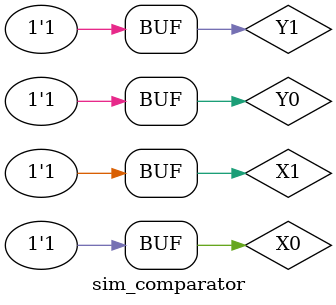
<source format=v>
`timescale 1ns / 1ps


module sim_comparator(

    );
    
    reg X1;
    reg X0;
    reg Y1;
    reg Y0;
    
    wire EQ;
    wire LT;
    wire GT;
    
    comparator UUT(
    .X1(X1),
    .X0(X0),
    .Y1(Y1),
    .Y0(Y0),
    .EQ(EQ),
    .LT(LT),
    .GT(GT)
    );
    
    initial begin
        X1 = 0;
        X0 = 0;
        Y1 = 0;
        Y0 = 0;
        #50;
        Y0 = 1;
        #50;
        Y0 = 0;
        Y1 = 1;
        #50;
        Y0 = 1;
        #50;
        Y0 = 0;
        Y1 = 0;
        X0 = 1;
        #50;
        Y0 = 1;
        #50;
        Y0 = 0;
        Y1 = 1;
        #50;
        Y0 = 1;
        #50;
        X1 = 1;
        X0 = 0;
        Y1 = 0;
        Y0 = 0;
        #50;
        Y0 = 1;
        #50;
        Y0 = 0;
        Y1 = 1;
        #50;
        Y0 = 1;
        #50;
        Y0 = 0;
        Y1 = 0;
        X0 = 1;
        #50;
        Y0 = 1;
        #50;
        Y0 = 0;
        Y1 = 1;
        #50;
        Y0 = 1;
        #50;
    end
endmodule

</source>
